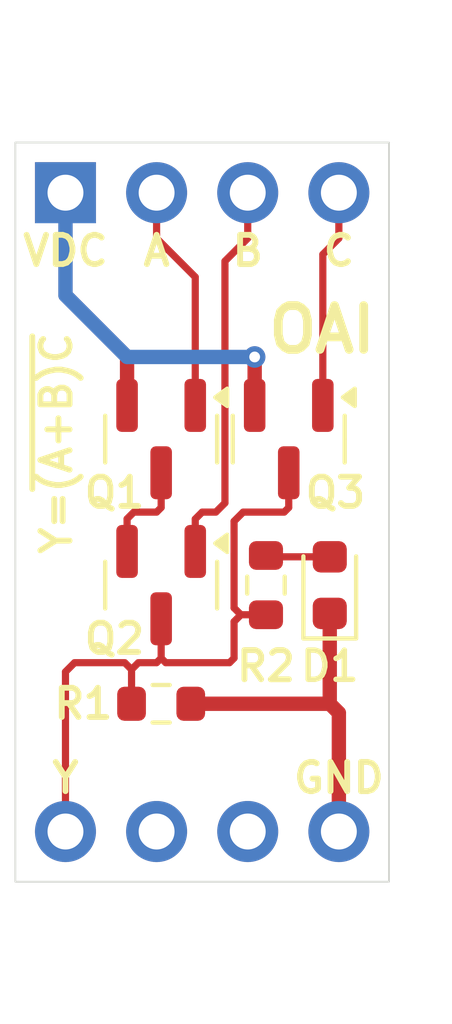
<source format=kicad_pcb>
(kicad_pcb (version 20241229) (generator "pcbnew") (generator_version "9.0")
  (title_block (title "OAI") (date "2025-04-12") (rev "1"))
  (layers (0 "F.Cu" signal) (2 "B.Cu" signal) (13 "F.Paste" user) (15 "B.Paste" user) (5 "F.SilkS" user "F.Silkscreen") (7 "B.SilkS" user "B.Silkscreen") (1 "F.Mask" user) (3 "B.Mask" user) (25 "Edge.Cuts" user))
  (net 0 "")
  (net 1 "GND")
  (net 2 "Net-(D1-A)")
  (net 3 "/C")
  (net 4 "/A")
  (net 5 "/B")
  (net 6 "VDC")
  (net 7 "/Y")
  (net 10 "Net-(Q1-D)")
  (footprint "Package_TO_SOT_SMD:SOT-23" (layer "F.Cu") (at 133.223 83.058 -90)
    (property "Reference" "Q3" (at 1.016 -0.381 0) (layer "F.SilkS") (effects (font (size 0.8128 0.8128) (thickness 0.16256) (bold yes)) (justify left top)))
    (property "Value" "DMP2004K-7")
    (fp_line (start 0 1.56) (end -0.65 1.56) (stroke (width 0.12)) (layer "F.SilkS"))
    (fp_line (start 0 1.56) (end 0.65 1.56) (stroke (width 0.12)) (layer "F.SilkS"))
    (fp_line (start 0 -1.56) (end -0.65 -1.56) (stroke (width 0.12)) (layer "F.SilkS"))
    (fp_line (start 0 -1.56) (end 0.65 -1.56) (stroke (width 0.12)) (layer "F.SilkS"))
    (fp_poly (pts (xy -1.1625 -1.51) (xy -1.4025 -1.84) (xy -0.9225 -1.84) (xy -1.1625 -1.51)) (stroke (width 0.12)) (fill yes) (layer "F.SilkS"))
    (pad "1" smd roundrect (at -0.9375 -0.95 270) (size 1.475 0.6) (layers "F.Cu" "F.Mask" "F.Paste") (net 3 "/C"))
    (pad "2" smd roundrect (at -0.9375 0.95 270) (size 1.475 0.6) (layers "F.Cu" "F.Mask" "F.Paste") (net 6 "VDC"))
    (pad "3" smd roundrect (at 0.9375 0 270) (size 1.475 0.6) (layers "F.Cu" "F.Mask" "F.Paste") (net 7 "/Y"))
  )
  (footprint "LED_SMD:LED_0603_1608Metric" (layer "F.Cu") (at 134.366 87.122 90)
    (property "Reference" "D1" (at -1.778 0 0) (layer "F.SilkS") (effects (font (size 0.8128 0.8128)) (justify top)))
    (property "Value" "Green")
    (fp_line (start 0.8 -0.735) (end -1.485 -0.735) (stroke (width 0.12)) (layer "F.SilkS"))
    (fp_line (start -1.485 -0.735) (end -1.485 0.735) (stroke (width 0.12)) (layer "F.SilkS"))
    (fp_line (start -1.485 0.735) (end 0.8 0.735) (stroke (width 0.12)) (layer "F.SilkS"))
    (pad "1" smd roundrect (at -0.7875 0 90) (size 0.875 0.95) (layers "F.Cu" "F.Mask" "F.Paste") (net 1 "GND"))
    (pad "2" smd roundrect (at 0.7875 0 90) (size 0.875 0.95) (layers "F.Cu" "F.Mask" "F.Paste") (net 2 "Net-(D1-A)"))
  )
  (footprint "Resistor_SMD:R_0603_1608Metric" (layer "F.Cu") (at 129.667 90.424)
    (property "Reference" "R1" (at -1.27 0 0) (layer "F.SilkS") (effects (font (size 0.8128 0.8128) (thickness 0.16256) (bold yes)) (justify right)))
    (property "Value" "10k")
    (fp_line (start -0.237258 -0.5225) (end 0.237258 -0.5225) (stroke (width 0.12)) (layer "F.SilkS"))
    (fp_line (start -0.237258 0.5225) (end 0.237258 0.5225) (stroke (width 0.12)) (layer "F.SilkS"))
    (pad "1" smd roundrect (at -0.825 0) (size 0.8 0.95) (layers "F.Cu" "F.Mask" "F.Paste") (net 7 "/Y"))
    (pad "2" smd roundrect (at 0.825 0) (size 0.8 0.95) (layers "F.Cu" "F.Mask" "F.Paste") (net 1 "GND"))
  )
  (footprint "Resistor_SMD:R_0603_1608Metric" (layer "F.Cu") (at 132.588 87.122 90)
    (property "Reference" "R2" (at -1.778 0 180) (layer "F.SilkS") (effects (font (size 0.8128 0.8128) (thickness 0.16256) (bold yes)) (justify top)))
    (property "Value" "150")
    (fp_line (start -0.237258 -0.5225) (end 0.237258 -0.5225) (stroke (width 0.12)) (layer "F.SilkS"))
    (fp_line (start -0.237258 0.5225) (end 0.237258 0.5225) (stroke (width 0.12)) (layer "F.SilkS"))
    (pad "1" smd roundrect (at -0.825 0 90) (size 0.8 0.95) (layers "F.Cu" "F.Mask" "F.Paste") (net 7 "/Y"))
    (pad "2" smd roundrect (at 0.825 0 90) (size 0.8 0.95) (layers "F.Cu" "F.Mask" "F.Paste") (net 2 "Net-(D1-A)"))
  )
  (footprint "Package_TO_SOT_SMD:SOT-23" (layer "F.Cu") (at 129.667 87.122 -90)
    (property "Reference" "Q2" (at 1.016 0.381 0) (layer "F.SilkS") (effects (font (size 0.8128 0.8128) (thickness 0.16256) (bold yes)) (justify right top)))
    (property "Value" "DMP2004K-7")
    (fp_line (start 0 1.56) (end -0.65 1.56) (stroke (width 0.12)) (layer "F.SilkS"))
    (fp_line (start 0 1.56) (end 0.65 1.56) (stroke (width 0.12)) (layer "F.SilkS"))
    (fp_line (start 0 -1.56) (end -0.65 -1.56) (stroke (width 0.12)) (layer "F.SilkS"))
    (fp_line (start 0 -1.56) (end 0.65 -1.56) (stroke (width 0.12)) (layer "F.SilkS"))
    (fp_poly (pts (xy -1.1625 -1.51) (xy -1.4025 -1.84) (xy -0.9225 -1.84) (xy -1.1625 -1.51)) (stroke (width 0.12)) (fill yes) (layer "F.SilkS"))
    (pad "1" smd roundrect (at -0.9375 -0.95 270) (size 1.475 0.6) (layers "F.Cu" "F.Mask" "F.Paste") (net 5 "/B"))
    (pad "2" smd roundrect (at -0.9375 0.95 270) (size 1.475 0.6) (layers "F.Cu" "F.Mask" "F.Paste") (net 10 "Net-(Q1-D)"))
    (pad "3" smd roundrect (at 0.9375 0 270) (size 1.475 0.6) (layers "F.Cu" "F.Mask" "F.Paste") (net 7 "/Y"))
  )
  (footprint "Package_TO_SOT_SMD:SOT-23" (layer "F.Cu") (at 129.667 83.058 -90)
    (property "Reference" "Q1" (at 1.016 0.381 0) (layer "F.SilkS") (effects (font (size 0.8128 0.8128) (thickness 0.16256) (bold yes)) (justify right top)))
    (property "Value" "DMP2004K-7")
    (fp_line (start 0 1.56) (end -0.65 1.56) (stroke (width 0.12)) (layer "F.SilkS"))
    (fp_line (start 0 1.56) (end 0.65 1.56) (stroke (width 0.12)) (layer "F.SilkS"))
    (fp_line (start 0 -1.56) (end -0.65 -1.56) (stroke (width 0.12)) (layer "F.SilkS"))
    (fp_line (start 0 -1.56) (end 0.65 -1.56) (stroke (width 0.12)) (layer "F.SilkS"))
    (fp_poly (pts (xy -1.1625 -1.51) (xy -1.4025 -1.84) (xy -0.9225 -1.84) (xy -1.1625 -1.51)) (stroke (width 0.12)) (fill yes) (layer "F.SilkS"))
    (pad "1" smd roundrect (at -0.9375 -0.95 270) (size 1.475 0.6) (layers "F.Cu" "F.Mask" "F.Paste") (net 4 "/A"))
    (pad "2" smd roundrect (at -0.9375 0.95 270) (size 1.475 0.6) (layers "F.Cu" "F.Mask" "F.Paste") (net 6 "VDC"))
    (pad "3" smd roundrect (at 0.9375 0 270) (size 1.475 0.6) (layers "F.Cu" "F.Mask" "F.Paste") (net 10 "Net-(Q1-D)"))
  )
  (footprint "Logic:PinHeader_1x04_P2.54mm_Vertical_Top" (layer "B.Cu") (at 127 76.2 -90)
    (property "Reference" "J1" (hide yes))
    (property "Value" "61300411121")
    (pad "1" thru_hole rect (at 0 0 270) (size 1.7 1.7) (drill 1) (layers "*.Cu" "*.Mask") (net 6 "VDC"))
    (pad "2" thru_hole oval (at 0 -2.54 270) (size 1.7 1.7) (drill 1) (layers "*.Cu" "*.Mask") (net 4 "/A"))
    (pad "3" thru_hole oval (at 0 -5.08 270) (size 1.7 1.7) (drill 1) (layers "*.Cu" "*.Mask") (net 5 "/B"))
    (pad "4" thru_hole oval (at 0 -7.62 270) (size 1.7 1.7) (drill 1) (layers "*.Cu" "*.Mask") (net 3 "/C"))
  )
  (footprint "Logic:PinHeader_1x04_P2.54mm_Vertical_Bottom" (layer "B.Cu") (at 127 93.98 -90)
    (property "Reference" "J2" (hide yes))
    (property "Value" "61300411121")
    (pad "1" thru_hole circle (at 0 0 270) (size 1.7 1.7) (drill 1) (layers "*.Cu" "*.Mask") (net 7 "/Y"))
    (pad "2" thru_hole oval (at 0 -2.54 270) (size 1.7 1.7) (drill 1) (layers "*.Cu" "*.Mask"))
    (pad "3" thru_hole oval (at 0 -5.08 270) (size 1.7 1.7) (drill 1) (layers "*.Cu" "*.Mask"))
    (pad "4" thru_hole oval (at 0 -7.62 270) (size 1.7 1.7) (drill 1) (layers "*.Cu" "*.Mask") (net 1 "GND"))
  )
  (gr_rect (start 125.603 74.803) (end 136.017 95.377) (stroke (width 0.05)) (fill no) (layer "Edge.Cuts"))
  (gr_text "B" (at 132.08 77.343 0) (layer "F.SilkS") (effects (font (size 0.8128 0.8128) (thickness 0.16256) (bold yes)) (justify top)))
  (gr_text "VDC" (at 127 77.343 0) (layer "F.SilkS") (effects (font (size 0.8128 0.8128) (thickness 0.16256) (bold yes)) (justify top)))
  (gr_text "Y" (at 127 92.964 0) (layer "F.SilkS") (effects (font (size 0.8128 0.8128) (thickness 0.16256) (bold yes)) (justify bottom)))
  (gr_text "A" (at 129.54 77.343 0) (layer "F.SilkS") (effects (font (size 0.8128 0.8128) (thickness 0.16256) (bold yes)) (justify top)))
  (gr_text "C" (at 134.62 77.343 0) (layer "F.SilkS") (effects (font (size 0.8128 0.8128) (thickness 0.16256) (bold yes)) (justify top)))
  (gr_text "GND" (at 134.62 92.964 0) (layer "F.SilkS") (effects (font (size 0.8128 0.8128) (thickness 0.16256) (bold yes)) (justify bottom)))
  (gr_text "${TITLE}" (at 135.763 80.01 0) (layer "F.SilkS") (effects (font (size 1.2192 1.2192) (thickness 0.24384) (bold yes)) (justify right)))
  (gr_text "Y=~{(A+B)C}" (at 126.746 80.01 90) (layer "F.SilkS") (effects (font (size 0.8128 0.8128) (thickness 0.16256) (bold yes)) (justify right)))
  (segment (start 134.62 90.678) (end 134.366 90.424) (width 0.4) (layer "F.Cu") (net 1))
  (segment (start 134.366 87.9095) (end 134.366 90.424) (width 0.4) (layer "F.Cu") (net 1))
  (segment (start 134.62 93.98) (end 134.62 90.678) (width 0.4) (layer "F.Cu") (net 1))
  (segment (start 134.366 90.424) (end 130.492 90.424) (width 0.4) (layer "F.Cu") (net 1))
  (segment (start 132.6255 86.3345) (end 132.588 86.297) (width 0.2) (layer "F.Cu") (net 2))
  (segment (start 134.366 86.3345) (end 132.6255 86.3345) (width 0.2) (layer "F.Cu") (net 2))
  (segment (start 134.62 76.2) (end 134.62 77.47) (width 0.2) (layer "F.Cu") (net 3))
  (segment (start 134.173 77.917) (end 134.173 82.1205) (width 0.2) (layer "F.Cu") (net 3))
  (segment (start 134.62 77.47) (end 134.173 77.917) (width 0.2) (layer "F.Cu") (net 3))
  (segment (start 130.617 82.1205) (end 130.617 78.547) (width 0.2) (layer "F.Cu") (net 4))
  (segment (start 129.54 77.47) (end 129.54 76.2) (width 0.2) (layer "F.Cu") (net 4))
  (segment (start 130.617 78.547) (end 129.54 77.47) (width 0.2) (layer "F.Cu") (net 4))
  (segment (start 132.08 77.47) (end 132.08 76.2) (width 0.2) (layer "F.Cu") (net 5))
  (segment (start 130.617 85.283) (end 130.81 85.09) (width 0.2) (layer "F.Cu") (net 5))
  (segment (start 131.445 78.105) (end 132.08 77.47) (width 0.2) (layer "F.Cu") (net 5))
  (segment (start 131.445 84.836) (end 131.445 78.105) (width 0.2) (layer "F.Cu") (net 5))
  (segment (start 130.617 86.1845) (end 130.617 85.283) (width 0.2) (layer "F.Cu") (net 5))
  (segment (start 130.81 85.09) (end 131.191 85.09) (width 0.2) (layer "F.Cu") (net 5))
  (segment (start 131.191 85.09) (end 131.445 84.836) (width 0.2) (layer "F.Cu") (net 5))
  (segment (start 127 79.055) (end 127 76.2) (width 0.4) (layer "F.Cu") (net 6))
  (segment (start 128.717 80.772) (end 127 79.055) (width 0.4) (layer "F.Cu") (net 6))
  (segment (start 132.273 82.1205) (end 132.273 80.772) (width 0.4) (layer "F.Cu") (net 6))
  (segment (start 128.717 82.1205) (end 128.717 80.772) (width 0.4) (layer "F.Cu") (net 6))
  (via (at 132.273 80.772) (size 0.6) (drill 0.3) (layers "F.Cu" "B.Cu") (net 6))
  (segment (start 128.717 80.772) (end 127 79.055) (width 0.4) (layer "B.Cu") (net 6))
  (segment (start 127 79.055) (end 127 76.2) (width 0.4) (layer "B.Cu") (net 6))
  (segment (start 132.273 80.772) (end 128.717 80.772) (width 0.4) (layer "B.Cu") (net 6))
  (segment (start 128.652 89.281) (end 128.842 89.471) (width 0.2) (layer "F.Cu") (net 7))
  (segment (start 127 89.535) (end 127.254 89.281) (width 0.2) (layer "F.Cu") (net 7))
  (segment (start 131.7 87.757) (end 131.699 87.757) (width 0.2) (layer "F.Cu") (net 7))
  (segment (start 131.572 89.281) (end 131.699 89.154) (width 0.2) (layer "F.Cu") (net 7))
  (segment (start 131.953 85.09) (end 133.096 85.09) (width 0.2) (layer "F.Cu") (net 7))
  (segment (start 129.667 88.0595) (end 129.667 89.154) (width 0.2) (layer "F.Cu") (net 7))
  (segment (start 131.699 89.154) (end 131.699 88.138) (width 0.2) (layer "F.Cu") (net 7))
  (segment (start 127.254 89.281) (end 128.652 89.281) (width 0.2) (layer "F.Cu") (net 7))
  (segment (start 131.699 85.344) (end 131.953 85.09) (width 0.2) (layer "F.Cu") (net 7))
  (segment (start 129.54 89.281) (end 129.032 89.281) (width 0.2) (layer "F.Cu") (net 7))
  (segment (start 129.032 89.281) (end 128.842 89.471) (width 0.2) (layer "F.Cu") (net 7))
  (segment (start 131.89 87.947) (end 132.588 87.947) (width 0.2) (layer "F.Cu") (net 7))
  (segment (start 133.223 84.963) (end 133.223 83.9955) (width 0.2) (layer "F.Cu") (net 7))
  (segment (start 129.667 89.154) (end 129.54 89.281) (width 0.2) (layer "F.Cu") (net 7))
  (segment (start 128.842 89.471) (end 128.842 90.424) (width 0.2) (layer "F.Cu") (net 7))
  (segment (start 131.699 87.757) (end 131.699 85.344) (width 0.2) (layer "F.Cu") (net 7))
  (segment (start 129.667 89.154) (end 129.794 89.281) (width 0.2) (layer "F.Cu") (net 7))
  (segment (start 127 93.98) (end 127 89.535) (width 0.2) (layer "F.Cu") (net 7))
  (segment (start 131.699 88.138) (end 131.89 87.947) (width 0.2) (layer "F.Cu") (net 7))
  (segment (start 131.89 87.947) (end 131.7 87.757) (width 0.2) (layer "F.Cu") (net 7))
  (segment (start 133.096 85.09) (end 133.223 84.963) (width 0.2) (layer "F.Cu") (net 7))
  (segment (start 129.794 89.281) (end 131.572 89.281) (width 0.2) (layer "F.Cu") (net 7))
  (segment (start 129.667 84.963) (end 129.54 85.09) (width 0.2) (layer "F.Cu") (net 10))
  (segment (start 129.54 85.09) (end 128.905 85.09) (width 0.2) (layer "F.Cu") (net 10))
  (segment (start 129.667 83.9955) (end 129.667 84.963) (width 0.2) (layer "F.Cu") (net 10))
  (segment (start 128.717 85.278) (end 128.717 86.1845) (width 0.2) (layer "F.Cu") (net 10))
  (segment (start 128.905 85.09) (end 128.717 85.278) (width 0.2) (layer "F.Cu") (net 10))
)
</source>
